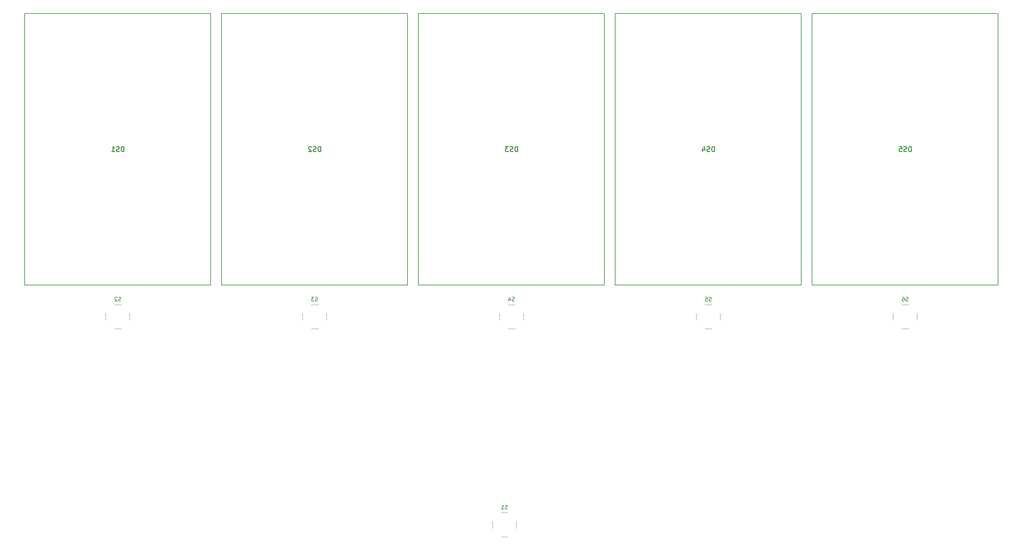
<source format=gbr>
%TF.GenerationSoftware,KiCad,Pcbnew,(6.0.2)*%
%TF.CreationDate,2022-03-04T23:41:04+01:00*%
%TF.ProjectId,Kniffel_V1,4b6e6966-6665-46c5-9f56-312e6b696361,rev?*%
%TF.SameCoordinates,Original*%
%TF.FileFunction,Legend,Bot*%
%TF.FilePolarity,Positive*%
%FSLAX46Y46*%
G04 Gerber Fmt 4.6, Leading zero omitted, Abs format (unit mm)*
G04 Created by KiCad (PCBNEW (6.0.2)) date 2022-03-04 23:41:04*
%MOMM*%
%LPD*%
G01*
G04 APERTURE LIST*
%ADD10C,0.150000*%
%ADD11C,0.254000*%
%ADD12C,0.100000*%
%ADD13C,0.200000*%
G04 APERTURE END LIST*
D10*
%TO.C,S3*%
X94741904Y-89914761D02*
X94599047Y-89962380D01*
X94360952Y-89962380D01*
X94265714Y-89914761D01*
X94218095Y-89867142D01*
X94170476Y-89771904D01*
X94170476Y-89676666D01*
X94218095Y-89581428D01*
X94265714Y-89533809D01*
X94360952Y-89486190D01*
X94551428Y-89438571D01*
X94646666Y-89390952D01*
X94694285Y-89343333D01*
X94741904Y-89248095D01*
X94741904Y-89152857D01*
X94694285Y-89057619D01*
X94646666Y-89010000D01*
X94551428Y-88962380D01*
X94313333Y-88962380D01*
X94170476Y-89010000D01*
X93837142Y-88962380D02*
X93218095Y-88962380D01*
X93551428Y-89343333D01*
X93408571Y-89343333D01*
X93313333Y-89390952D01*
X93265714Y-89438571D01*
X93218095Y-89533809D01*
X93218095Y-89771904D01*
X93265714Y-89867142D01*
X93313333Y-89914761D01*
X93408571Y-89962380D01*
X93694285Y-89962380D01*
X93789523Y-89914761D01*
X93837142Y-89867142D01*
D11*
%TO.C,DS1*%
X44722142Y-51374523D02*
X44722142Y-50104523D01*
X44419761Y-50104523D01*
X44238333Y-50165000D01*
X44117380Y-50285952D01*
X44056904Y-50406904D01*
X43996428Y-50648809D01*
X43996428Y-50830238D01*
X44056904Y-51072142D01*
X44117380Y-51193095D01*
X44238333Y-51314047D01*
X44419761Y-51374523D01*
X44722142Y-51374523D01*
X43512619Y-51314047D02*
X43331190Y-51374523D01*
X43028809Y-51374523D01*
X42907857Y-51314047D01*
X42847380Y-51253571D01*
X42786904Y-51132619D01*
X42786904Y-51011666D01*
X42847380Y-50890714D01*
X42907857Y-50830238D01*
X43028809Y-50769761D01*
X43270714Y-50709285D01*
X43391666Y-50648809D01*
X43452142Y-50588333D01*
X43512619Y-50467380D01*
X43512619Y-50346428D01*
X43452142Y-50225476D01*
X43391666Y-50165000D01*
X43270714Y-50104523D01*
X42968333Y-50104523D01*
X42786904Y-50165000D01*
X41577380Y-51374523D02*
X42303095Y-51374523D01*
X41940238Y-51374523D02*
X41940238Y-50104523D01*
X42061190Y-50285952D01*
X42182142Y-50406904D01*
X42303095Y-50467380D01*
D10*
%TO.C,S2*%
X43941904Y-89914761D02*
X43799047Y-89962380D01*
X43560952Y-89962380D01*
X43465714Y-89914761D01*
X43418095Y-89867142D01*
X43370476Y-89771904D01*
X43370476Y-89676666D01*
X43418095Y-89581428D01*
X43465714Y-89533809D01*
X43560952Y-89486190D01*
X43751428Y-89438571D01*
X43846666Y-89390952D01*
X43894285Y-89343333D01*
X43941904Y-89248095D01*
X43941904Y-89152857D01*
X43894285Y-89057619D01*
X43846666Y-89010000D01*
X43751428Y-88962380D01*
X43513333Y-88962380D01*
X43370476Y-89010000D01*
X42989523Y-89057619D02*
X42941904Y-89010000D01*
X42846666Y-88962380D01*
X42608571Y-88962380D01*
X42513333Y-89010000D01*
X42465714Y-89057619D01*
X42418095Y-89152857D01*
X42418095Y-89248095D01*
X42465714Y-89390952D01*
X43037142Y-89962380D01*
X42418095Y-89962380D01*
%TO.C,S1*%
X143711904Y-143544761D02*
X143569047Y-143592380D01*
X143330952Y-143592380D01*
X143235714Y-143544761D01*
X143188095Y-143497142D01*
X143140476Y-143401904D01*
X143140476Y-143306666D01*
X143188095Y-143211428D01*
X143235714Y-143163809D01*
X143330952Y-143116190D01*
X143521428Y-143068571D01*
X143616666Y-143020952D01*
X143664285Y-142973333D01*
X143711904Y-142878095D01*
X143711904Y-142782857D01*
X143664285Y-142687619D01*
X143616666Y-142640000D01*
X143521428Y-142592380D01*
X143283333Y-142592380D01*
X143140476Y-142640000D01*
X142188095Y-143592380D02*
X142759523Y-143592380D01*
X142473809Y-143592380D02*
X142473809Y-142592380D01*
X142569047Y-142735238D01*
X142664285Y-142830476D01*
X142759523Y-142878095D01*
D11*
%TO.C,DS2*%
X95522142Y-51374523D02*
X95522142Y-50104523D01*
X95219761Y-50104523D01*
X95038333Y-50165000D01*
X94917380Y-50285952D01*
X94856904Y-50406904D01*
X94796428Y-50648809D01*
X94796428Y-50830238D01*
X94856904Y-51072142D01*
X94917380Y-51193095D01*
X95038333Y-51314047D01*
X95219761Y-51374523D01*
X95522142Y-51374523D01*
X94312619Y-51314047D02*
X94131190Y-51374523D01*
X93828809Y-51374523D01*
X93707857Y-51314047D01*
X93647380Y-51253571D01*
X93586904Y-51132619D01*
X93586904Y-51011666D01*
X93647380Y-50890714D01*
X93707857Y-50830238D01*
X93828809Y-50769761D01*
X94070714Y-50709285D01*
X94191666Y-50648809D01*
X94252142Y-50588333D01*
X94312619Y-50467380D01*
X94312619Y-50346428D01*
X94252142Y-50225476D01*
X94191666Y-50165000D01*
X94070714Y-50104523D01*
X93768333Y-50104523D01*
X93586904Y-50165000D01*
X93103095Y-50225476D02*
X93042619Y-50165000D01*
X92921666Y-50104523D01*
X92619285Y-50104523D01*
X92498333Y-50165000D01*
X92437857Y-50225476D01*
X92377380Y-50346428D01*
X92377380Y-50467380D01*
X92437857Y-50648809D01*
X93163571Y-51374523D01*
X92377380Y-51374523D01*
%TO.C,DS4*%
X197122142Y-51374523D02*
X197122142Y-50104523D01*
X196819761Y-50104523D01*
X196638333Y-50165000D01*
X196517380Y-50285952D01*
X196456904Y-50406904D01*
X196396428Y-50648809D01*
X196396428Y-50830238D01*
X196456904Y-51072142D01*
X196517380Y-51193095D01*
X196638333Y-51314047D01*
X196819761Y-51374523D01*
X197122142Y-51374523D01*
X195912619Y-51314047D02*
X195731190Y-51374523D01*
X195428809Y-51374523D01*
X195307857Y-51314047D01*
X195247380Y-51253571D01*
X195186904Y-51132619D01*
X195186904Y-51011666D01*
X195247380Y-50890714D01*
X195307857Y-50830238D01*
X195428809Y-50769761D01*
X195670714Y-50709285D01*
X195791666Y-50648809D01*
X195852142Y-50588333D01*
X195912619Y-50467380D01*
X195912619Y-50346428D01*
X195852142Y-50225476D01*
X195791666Y-50165000D01*
X195670714Y-50104523D01*
X195368333Y-50104523D01*
X195186904Y-50165000D01*
X194098333Y-50527857D02*
X194098333Y-51374523D01*
X194400714Y-50044047D02*
X194703095Y-50951190D01*
X193916904Y-50951190D01*
D10*
%TO.C,S4*%
X145541904Y-89914761D02*
X145399047Y-89962380D01*
X145160952Y-89962380D01*
X145065714Y-89914761D01*
X145018095Y-89867142D01*
X144970476Y-89771904D01*
X144970476Y-89676666D01*
X145018095Y-89581428D01*
X145065714Y-89533809D01*
X145160952Y-89486190D01*
X145351428Y-89438571D01*
X145446666Y-89390952D01*
X145494285Y-89343333D01*
X145541904Y-89248095D01*
X145541904Y-89152857D01*
X145494285Y-89057619D01*
X145446666Y-89010000D01*
X145351428Y-88962380D01*
X145113333Y-88962380D01*
X144970476Y-89010000D01*
X144113333Y-89295714D02*
X144113333Y-89962380D01*
X144351428Y-88914761D02*
X144589523Y-89629047D01*
X143970476Y-89629047D01*
%TO.C,S6*%
X247141904Y-89914761D02*
X246999047Y-89962380D01*
X246760952Y-89962380D01*
X246665714Y-89914761D01*
X246618095Y-89867142D01*
X246570476Y-89771904D01*
X246570476Y-89676666D01*
X246618095Y-89581428D01*
X246665714Y-89533809D01*
X246760952Y-89486190D01*
X246951428Y-89438571D01*
X247046666Y-89390952D01*
X247094285Y-89343333D01*
X247141904Y-89248095D01*
X247141904Y-89152857D01*
X247094285Y-89057619D01*
X247046666Y-89010000D01*
X246951428Y-88962380D01*
X246713333Y-88962380D01*
X246570476Y-89010000D01*
X245713333Y-88962380D02*
X245903809Y-88962380D01*
X245999047Y-89010000D01*
X246046666Y-89057619D01*
X246141904Y-89200476D01*
X246189523Y-89390952D01*
X246189523Y-89771904D01*
X246141904Y-89867142D01*
X246094285Y-89914761D01*
X245999047Y-89962380D01*
X245808571Y-89962380D01*
X245713333Y-89914761D01*
X245665714Y-89867142D01*
X245618095Y-89771904D01*
X245618095Y-89533809D01*
X245665714Y-89438571D01*
X245713333Y-89390952D01*
X245808571Y-89343333D01*
X245999047Y-89343333D01*
X246094285Y-89390952D01*
X246141904Y-89438571D01*
X246189523Y-89533809D01*
%TO.C,S5*%
X196341904Y-89914761D02*
X196199047Y-89962380D01*
X195960952Y-89962380D01*
X195865714Y-89914761D01*
X195818095Y-89867142D01*
X195770476Y-89771904D01*
X195770476Y-89676666D01*
X195818095Y-89581428D01*
X195865714Y-89533809D01*
X195960952Y-89486190D01*
X196151428Y-89438571D01*
X196246666Y-89390952D01*
X196294285Y-89343333D01*
X196341904Y-89248095D01*
X196341904Y-89152857D01*
X196294285Y-89057619D01*
X196246666Y-89010000D01*
X196151428Y-88962380D01*
X195913333Y-88962380D01*
X195770476Y-89010000D01*
X194865714Y-88962380D02*
X195341904Y-88962380D01*
X195389523Y-89438571D01*
X195341904Y-89390952D01*
X195246666Y-89343333D01*
X195008571Y-89343333D01*
X194913333Y-89390952D01*
X194865714Y-89438571D01*
X194818095Y-89533809D01*
X194818095Y-89771904D01*
X194865714Y-89867142D01*
X194913333Y-89914761D01*
X195008571Y-89962380D01*
X195246666Y-89962380D01*
X195341904Y-89914761D01*
X195389523Y-89867142D01*
D11*
%TO.C,DS5*%
X247922142Y-51374523D02*
X247922142Y-50104523D01*
X247619761Y-50104523D01*
X247438333Y-50165000D01*
X247317380Y-50285952D01*
X247256904Y-50406904D01*
X247196428Y-50648809D01*
X247196428Y-50830238D01*
X247256904Y-51072142D01*
X247317380Y-51193095D01*
X247438333Y-51314047D01*
X247619761Y-51374523D01*
X247922142Y-51374523D01*
X246712619Y-51314047D02*
X246531190Y-51374523D01*
X246228809Y-51374523D01*
X246107857Y-51314047D01*
X246047380Y-51253571D01*
X245986904Y-51132619D01*
X245986904Y-51011666D01*
X246047380Y-50890714D01*
X246107857Y-50830238D01*
X246228809Y-50769761D01*
X246470714Y-50709285D01*
X246591666Y-50648809D01*
X246652142Y-50588333D01*
X246712619Y-50467380D01*
X246712619Y-50346428D01*
X246652142Y-50225476D01*
X246591666Y-50165000D01*
X246470714Y-50104523D01*
X246168333Y-50104523D01*
X245986904Y-50165000D01*
X244837857Y-50104523D02*
X245442619Y-50104523D01*
X245503095Y-50709285D01*
X245442619Y-50648809D01*
X245321666Y-50588333D01*
X245019285Y-50588333D01*
X244898333Y-50648809D01*
X244837857Y-50709285D01*
X244777380Y-50830238D01*
X244777380Y-51132619D01*
X244837857Y-51253571D01*
X244898333Y-51314047D01*
X245019285Y-51374523D01*
X245321666Y-51374523D01*
X245442619Y-51314047D01*
X245503095Y-51253571D01*
%TO.C,DS3*%
X146322142Y-51374523D02*
X146322142Y-50104523D01*
X146019761Y-50104523D01*
X145838333Y-50165000D01*
X145717380Y-50285952D01*
X145656904Y-50406904D01*
X145596428Y-50648809D01*
X145596428Y-50830238D01*
X145656904Y-51072142D01*
X145717380Y-51193095D01*
X145838333Y-51314047D01*
X146019761Y-51374523D01*
X146322142Y-51374523D01*
X145112619Y-51314047D02*
X144931190Y-51374523D01*
X144628809Y-51374523D01*
X144507857Y-51314047D01*
X144447380Y-51253571D01*
X144386904Y-51132619D01*
X144386904Y-51011666D01*
X144447380Y-50890714D01*
X144507857Y-50830238D01*
X144628809Y-50769761D01*
X144870714Y-50709285D01*
X144991666Y-50648809D01*
X145052142Y-50588333D01*
X145112619Y-50467380D01*
X145112619Y-50346428D01*
X145052142Y-50225476D01*
X144991666Y-50165000D01*
X144870714Y-50104523D01*
X144568333Y-50104523D01*
X144386904Y-50165000D01*
X143963571Y-50104523D02*
X143177380Y-50104523D01*
X143600714Y-50588333D01*
X143419285Y-50588333D01*
X143298333Y-50648809D01*
X143237857Y-50709285D01*
X143177380Y-50830238D01*
X143177380Y-51132619D01*
X143237857Y-51253571D01*
X143298333Y-51314047D01*
X143419285Y-51374523D01*
X143782142Y-51374523D01*
X143903095Y-51314047D01*
X143963571Y-51253571D01*
D12*
%TO.C,S3*%
X97080000Y-93980000D02*
X97080000Y-93080000D01*
X97080000Y-93980000D02*
X97080000Y-94880000D01*
X90880000Y-93980000D02*
X90880000Y-94880000D01*
X90880000Y-93980000D02*
X90880000Y-93080000D01*
X94880000Y-97080000D02*
X93180000Y-97080000D01*
X94880000Y-90880000D02*
X93080000Y-90880000D01*
%TO.C,DS1*%
X48260000Y-86250000D02*
X48260000Y-86250000D01*
D13*
X67180000Y-15800000D02*
X67180000Y-85800000D01*
X19180000Y-15800000D02*
X67180000Y-15800000D01*
X67180000Y-85800000D02*
X19180000Y-85800000D01*
X19180000Y-85800000D02*
X19180000Y-15800000D01*
D12*
X48260000Y-86350000D02*
X48260000Y-86350000D01*
X48260000Y-86350000D02*
G75*
G03*
X48260000Y-86250000I0J50000D01*
G01*
X48260000Y-86250000D02*
G75*
G03*
X48260000Y-86350000I0J-50000D01*
G01*
%TO.C,S2*%
X44080000Y-97080000D02*
X42380000Y-97080000D01*
X40080000Y-93980000D02*
X40080000Y-94880000D01*
X46280000Y-93980000D02*
X46280000Y-93080000D01*
X40080000Y-93980000D02*
X40080000Y-93080000D01*
X46280000Y-93980000D02*
X46280000Y-94880000D01*
X44080000Y-90880000D02*
X42280000Y-90880000D01*
%TO.C,S1*%
X139850000Y-147610000D02*
X139850000Y-148510000D01*
X146050000Y-147610000D02*
X146050000Y-146710000D01*
X139850000Y-147610000D02*
X139850000Y-146710000D01*
X143850000Y-150710000D02*
X142150000Y-150710000D01*
X146050000Y-147610000D02*
X146050000Y-148510000D01*
X143850000Y-144510000D02*
X142050000Y-144510000D01*
D13*
%TO.C,DS2*%
X69980000Y-85800000D02*
X69980000Y-15800000D01*
X69980000Y-15800000D02*
X117980000Y-15800000D01*
X117980000Y-15800000D02*
X117980000Y-85800000D01*
D12*
X99060000Y-86250000D02*
X99060000Y-86250000D01*
X99060000Y-86350000D02*
X99060000Y-86350000D01*
D13*
X117980000Y-85800000D02*
X69980000Y-85800000D01*
D12*
X99060000Y-86350000D02*
G75*
G03*
X99060000Y-86250000I0J50000D01*
G01*
X99060000Y-86250000D02*
G75*
G03*
X99060000Y-86350000I0J-50000D01*
G01*
%TO.C,DS4*%
X200660000Y-86250000D02*
X200660000Y-86250000D01*
D13*
X219580000Y-85800000D02*
X171580000Y-85800000D01*
X219580000Y-15800000D02*
X219580000Y-85800000D01*
X171580000Y-85800000D02*
X171580000Y-15800000D01*
X171580000Y-15800000D02*
X219580000Y-15800000D01*
D12*
X200660000Y-86350000D02*
X200660000Y-86350000D01*
X200660000Y-86350000D02*
G75*
G03*
X200660000Y-86250000I0J50000D01*
G01*
X200660000Y-86250000D02*
G75*
G03*
X200660000Y-86350000I0J-50000D01*
G01*
%TO.C,S4*%
X145680000Y-90880000D02*
X143880000Y-90880000D01*
X141680000Y-93980000D02*
X141680000Y-93080000D01*
X147880000Y-93980000D02*
X147880000Y-94880000D01*
X141680000Y-93980000D02*
X141680000Y-94880000D01*
X145680000Y-97080000D02*
X143980000Y-97080000D01*
X147880000Y-93980000D02*
X147880000Y-93080000D01*
%TO.C,S6*%
X249480000Y-93980000D02*
X249480000Y-93080000D01*
X249480000Y-93980000D02*
X249480000Y-94880000D01*
X247280000Y-97080000D02*
X245580000Y-97080000D01*
X243280000Y-93980000D02*
X243280000Y-94880000D01*
X247280000Y-90880000D02*
X245480000Y-90880000D01*
X243280000Y-93980000D02*
X243280000Y-93080000D01*
%TO.C,S5*%
X198680000Y-93980000D02*
X198680000Y-94880000D01*
X198680000Y-93980000D02*
X198680000Y-93080000D01*
X196480000Y-90880000D02*
X194680000Y-90880000D01*
X192480000Y-93980000D02*
X192480000Y-93080000D01*
X192480000Y-93980000D02*
X192480000Y-94880000D01*
X196480000Y-97080000D02*
X194780000Y-97080000D01*
D13*
%TO.C,DS5*%
X270380000Y-85800000D02*
X222380000Y-85800000D01*
D12*
X251460000Y-86350000D02*
X251460000Y-86350000D01*
D13*
X270380000Y-15800000D02*
X270380000Y-85800000D01*
X222380000Y-15800000D02*
X270380000Y-15800000D01*
D12*
X251460000Y-86250000D02*
X251460000Y-86250000D01*
D13*
X222380000Y-85800000D02*
X222380000Y-15800000D01*
D12*
X251460000Y-86250000D02*
G75*
G03*
X251460000Y-86350000I0J-50000D01*
G01*
X251460000Y-86350000D02*
G75*
G03*
X251460000Y-86250000I0J50000D01*
G01*
D13*
%TO.C,DS3*%
X120780000Y-15800000D02*
X168780000Y-15800000D01*
X168780000Y-85800000D02*
X120780000Y-85800000D01*
X120780000Y-85800000D02*
X120780000Y-15800000D01*
X168780000Y-15800000D02*
X168780000Y-85800000D01*
D12*
X149860000Y-86250000D02*
X149860000Y-86250000D01*
X149860000Y-86350000D02*
X149860000Y-86350000D01*
X149860000Y-86350000D02*
G75*
G03*
X149860000Y-86250000I0J50000D01*
G01*
X149860000Y-86250000D02*
G75*
G03*
X149860000Y-86350000I0J-50000D01*
G01*
%TD*%
M02*

</source>
